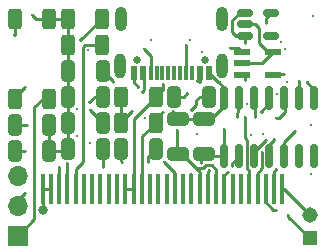
<source format=gbr>
%TF.GenerationSoftware,KiCad,Pcbnew,(6.0.7)*%
%TF.CreationDate,2023-09-19T20:50:44-05:00*%
%TF.ProjectId,CounterProject,436f756e-7465-4725-9072-6f6a6563742e,rev?*%
%TF.SameCoordinates,Original*%
%TF.FileFunction,Copper,L1,Top*%
%TF.FilePolarity,Positive*%
%FSLAX46Y46*%
G04 Gerber Fmt 4.6, Leading zero omitted, Abs format (unit mm)*
G04 Created by KiCad (PCBNEW (6.0.7)) date 2023-09-19 20:50:44*
%MOMM*%
%LPD*%
G01*
G04 APERTURE LIST*
G04 Aperture macros list*
%AMRoundRect*
0 Rectangle with rounded corners*
0 $1 Rounding radius*
0 $2 $3 $4 $5 $6 $7 $8 $9 X,Y pos of 4 corners*
0 Add a 4 corners polygon primitive as box body*
4,1,4,$2,$3,$4,$5,$6,$7,$8,$9,$2,$3,0*
0 Add four circle primitives for the rounded corners*
1,1,$1+$1,$2,$3*
1,1,$1+$1,$4,$5*
1,1,$1+$1,$6,$7*
1,1,$1+$1,$8,$9*
0 Add four rect primitives between the rounded corners*
20,1,$1+$1,$2,$3,$4,$5,0*
20,1,$1+$1,$4,$5,$6,$7,0*
20,1,$1+$1,$6,$7,$8,$9,0*
20,1,$1+$1,$8,$9,$2,$3,0*%
G04 Aperture macros list end*
%TA.AperFunction,SMDPad,CuDef*%
%ADD10RoundRect,0.250000X0.325000X0.650000X-0.325000X0.650000X-0.325000X-0.650000X0.325000X-0.650000X0*%
%TD*%
%TA.AperFunction,SMDPad,CuDef*%
%ADD11RoundRect,0.150000X-0.512500X-0.150000X0.512500X-0.150000X0.512500X0.150000X-0.512500X0.150000X0*%
%TD*%
%TA.AperFunction,ComponentPad*%
%ADD12R,1.308000X1.308000*%
%TD*%
%TA.AperFunction,ComponentPad*%
%ADD13C,1.308000*%
%TD*%
%TA.AperFunction,SMDPad,CuDef*%
%ADD14RoundRect,0.250000X-0.312500X-0.625000X0.312500X-0.625000X0.312500X0.625000X-0.312500X0.625000X0*%
%TD*%
%TA.AperFunction,SMDPad,CuDef*%
%ADD15RoundRect,0.250000X0.312500X0.625000X-0.312500X0.625000X-0.312500X-0.625000X0.312500X-0.625000X0*%
%TD*%
%TA.AperFunction,SMDPad,CuDef*%
%ADD16RoundRect,0.250000X-0.650000X0.325000X-0.650000X-0.325000X0.650000X-0.325000X0.650000X0.325000X0*%
%TD*%
%TA.AperFunction,ComponentPad*%
%ADD17R,1.700000X1.700000*%
%TD*%
%TA.AperFunction,ComponentPad*%
%ADD18O,1.700000X1.700000*%
%TD*%
%TA.AperFunction,SMDPad,CuDef*%
%ADD19RoundRect,0.100000X0.100000X1.170000X-0.100000X1.170000X-0.100000X-1.170000X0.100000X-1.170000X0*%
%TD*%
%TA.AperFunction,SMDPad,CuDef*%
%ADD20RoundRect,0.250000X0.650000X-0.325000X0.650000X0.325000X-0.650000X0.325000X-0.650000X-0.325000X0*%
%TD*%
%TA.AperFunction,SMDPad,CuDef*%
%ADD21R,1.320800X0.508000*%
%TD*%
%TA.AperFunction,WasherPad*%
%ADD22O,1.000000X2.100000*%
%TD*%
%TA.AperFunction,SMDPad,CuDef*%
%ADD23O,0.990600X2.100000*%
%TD*%
%TA.AperFunction,SMDPad,CuDef*%
%ADD24O,0.990600X2.108200*%
%TD*%
%TA.AperFunction,ComponentPad*%
%ADD25C,0.660400*%
%TD*%
%TA.AperFunction,SMDPad,CuDef*%
%ADD26R,0.584200X1.143000*%
%TD*%
%TA.AperFunction,SMDPad,CuDef*%
%ADD27R,0.304800X1.143000*%
%TD*%
%TA.AperFunction,SMDPad,CuDef*%
%ADD28RoundRect,0.150000X0.150000X-0.825000X0.150000X0.825000X-0.150000X0.825000X-0.150000X-0.825000X0*%
%TD*%
%TA.AperFunction,SMDPad,CuDef*%
%ADD29RoundRect,0.250000X-0.325000X-0.650000X0.325000X-0.650000X0.325000X0.650000X-0.325000X0.650000X0*%
%TD*%
%TA.AperFunction,ViaPad*%
%ADD30C,0.250000*%
%TD*%
%TA.AperFunction,ViaPad*%
%ADD31C,0.800000*%
%TD*%
%TA.AperFunction,Conductor*%
%ADD32C,0.250000*%
%TD*%
G04 APERTURE END LIST*
D10*
%TO.P,C7,1*%
%TO.N,GND*%
X162675000Y-31600000D03*
%TO.P,C7,2*%
%TO.N,/DISP*%
X159725000Y-31600000D03*
%TD*%
D11*
%TO.P,U3,1,VIN*%
%TO.N,/VBAT*%
X179200000Y-22150000D03*
%TO.P,U3,2,GND*%
%TO.N,GND*%
X179200000Y-23100000D03*
%TO.P,U3,3,EN*%
%TO.N,/VBAT*%
X179200000Y-24050000D03*
%TO.P,U3,4,NC*%
%TO.N,unconnected-(U3-Pad4)*%
X181475000Y-24050000D03*
%TO.P,U3,5,VOUT*%
%TO.N,/VPWR*%
X181475000Y-22150000D03*
%TD*%
D12*
%TO.P,BT2,1,+*%
%TO.N,/VBAT*%
X184700000Y-41200000D03*
D13*
%TO.P,BT2,2,-*%
%TO.N,GND*%
X184700000Y-39200000D03*
%TD*%
D14*
%TO.P,R7,1*%
%TO.N,Net-(J1-PadA5)*%
X159737500Y-22600000D03*
%TO.P,R7,2*%
%TO.N,GND*%
X162662500Y-22600000D03*
%TD*%
D10*
%TO.P,C2,1*%
%TO.N,/VBAT*%
X167175000Y-29200000D03*
%TO.P,C2,2*%
%TO.N,GND*%
X164225000Y-29200000D03*
%TD*%
%TO.P,C9,1*%
%TO.N,GND*%
X162675000Y-33800000D03*
%TO.P,C9,2*%
%TO.N,Net-(C9-Pad2)*%
X159725000Y-33800000D03*
%TD*%
D15*
%TO.P,R3,1*%
%TO.N,/SDA*%
X171662500Y-29200000D03*
%TO.P,R3,2*%
%TO.N,/I2C_PULLUP*%
X168737500Y-29200000D03*
%TD*%
D16*
%TO.P,C8,1*%
%TO.N,GND*%
X173600000Y-31125000D03*
%TO.P,C8,2*%
%TO.N,/DISP*%
X173600000Y-34075000D03*
%TD*%
D17*
%TO.P,J3,1,Pin_1*%
%TO.N,Net-(J3-Pad1)*%
X160000000Y-41000000D03*
D18*
%TO.P,J3,2,Pin_2*%
%TO.N,/VPWR*%
X160000000Y-38460000D03*
%TO.P,J3,3,Pin_3*%
%TO.N,GND*%
X160000000Y-35920000D03*
%TD*%
D19*
%TO.P,U4,1,NC(GND)*%
%TO.N,GND*%
X182400000Y-37000000D03*
%TO.P,U4,2,C2P*%
%TO.N,Net-(C5-Pad2)*%
X181700000Y-37000000D03*
%TO.P,U4,3,C2N*%
%TO.N,Net-(C5-Pad1)*%
X181000000Y-37000000D03*
%TO.P,U4,4,C1P*%
%TO.N,Net-(C6-Pad2)*%
X180300000Y-37000000D03*
%TO.P,U4,5,C1N*%
%TO.N,Net-(C6-Pad1)*%
X179600000Y-37000000D03*
%TO.P,U4,6,VBAT*%
%TO.N,/DISP*%
X178900000Y-37000000D03*
%TO.P,U4,7,NC*%
%TO.N,unconnected-(U4-Pad7)*%
X178200000Y-37000000D03*
%TO.P,U4,8,VSS*%
%TO.N,GND*%
X177500000Y-37000000D03*
%TO.P,U4,9,VDD*%
%TO.N,/DISP*%
X176800000Y-37000000D03*
%TO.P,U4,10,BS0*%
%TO.N,GND*%
X176100000Y-37000000D03*
%TO.P,U4,11,BS1*%
%TO.N,/DISP*%
X175400000Y-37000000D03*
%TO.P,U4,12,BS2*%
%TO.N,GND*%
X174700000Y-37000000D03*
%TO.P,U4,13,/CS*%
%TO.N,unconnected-(U4-Pad13)*%
X174000000Y-37000000D03*
%TO.P,U4,14,/RES*%
%TO.N,/DISP_RESET*%
X173300000Y-37000000D03*
%TO.P,U4,15,DC/I2C_SA0*%
%TO.N,unconnected-(U4-Pad15)*%
X172600000Y-37000000D03*
%TO.P,U4,16,R/W*%
%TO.N,unconnected-(U4-Pad16)*%
X171900000Y-37000000D03*
%TO.P,U4,17,E/RD*%
%TO.N,unconnected-(U4-Pad17)*%
X171200000Y-37000000D03*
%TO.P,U4,18,D0/SPI_SCLK/I2C_SCK*%
%TO.N,/SCL*%
X170500000Y-37000000D03*
%TO.P,U4,19,D1/SPI_SDIN/I2C_SDA*%
%TO.N,/SDA*%
X169800000Y-37000000D03*
%TO.P,U4,20,D2/I2C_SDA*%
X169100000Y-37000000D03*
%TO.P,U4,21,D3*%
%TO.N,unconnected-(U4-Pad21)*%
X168400000Y-37000000D03*
%TO.P,U4,22,D4*%
%TO.N,unconnected-(U4-Pad22)*%
X167700000Y-37000000D03*
%TO.P,U4,23,D5*%
%TO.N,unconnected-(U4-Pad23)*%
X167000000Y-37000000D03*
%TO.P,U4,24,D6*%
%TO.N,unconnected-(U4-Pad24)*%
X166300000Y-37000000D03*
%TO.P,U4,25,D7*%
%TO.N,unconnected-(U4-Pad25)*%
X165600000Y-37000000D03*
%TO.P,U4,26,IREF*%
%TO.N,Net-(R4-Pad2)*%
X164900000Y-37000000D03*
%TO.P,U4,27,VCOMH*%
%TO.N,Net-(C9-Pad2)*%
X164200000Y-37000000D03*
%TO.P,U4,28,VCC*%
%TO.N,Net-(C10-Pad2)*%
X163500000Y-37000000D03*
%TO.P,U4,29,VLSS*%
%TO.N,GND*%
X162800000Y-37000000D03*
%TO.P,U4,30,NC(GND)*%
X162100000Y-37000000D03*
%TD*%
D20*
%TO.P,C1,1*%
%TO.N,/VPWR*%
X175800000Y-34075000D03*
%TO.P,C1,2*%
%TO.N,GND*%
X175800000Y-31125000D03*
%TD*%
D10*
%TO.P,C4,1*%
%TO.N,/VPWR*%
X167175000Y-33600000D03*
%TO.P,C4,2*%
%TO.N,GND*%
X164225000Y-33600000D03*
%TD*%
%TO.P,C6,1*%
%TO.N,Net-(C6-Pad1)*%
X171675000Y-33600000D03*
%TO.P,C6,2*%
%TO.N,Net-(C6-Pad2)*%
X168725000Y-33600000D03*
%TD*%
D14*
%TO.P,R2,1*%
%TO.N,/UPDI*%
X159737500Y-29400000D03*
%TO.P,R2,2*%
%TO.N,Net-(J3-Pad1)*%
X162662500Y-29400000D03*
%TD*%
%TO.P,R4,1*%
%TO.N,GND*%
X164237500Y-24800000D03*
%TO.P,R4,2*%
%TO.N,Net-(R4-Pad2)*%
X167162500Y-24800000D03*
%TD*%
D10*
%TO.P,C5,1*%
%TO.N,Net-(C5-Pad1)*%
X176175000Y-29200000D03*
%TO.P,C5,2*%
%TO.N,Net-(C5-Pad2)*%
X173225000Y-29200000D03*
%TD*%
D21*
%TO.P,U2,1,CE*%
%TO.N,Net-(C3-Pad1)*%
X179004600Y-25449999D03*
%TO.P,U2,2,VSS*%
%TO.N,GND*%
X179004600Y-26400000D03*
%TO.P,U2,3,VBAT*%
%TO.N,/VBAT*%
X179004600Y-27350001D03*
%TO.P,U2,4,VDD*%
%TO.N,Net-(C3-Pad1)*%
X181595400Y-27350001D03*
%TO.P,U2,5,PROG*%
%TO.N,GND*%
X181595400Y-25449999D03*
%TD*%
D10*
%TO.P,C3,1*%
%TO.N,Net-(C3-Pad1)*%
X167175000Y-27000000D03*
%TO.P,C3,2*%
%TO.N,GND*%
X164225000Y-27000000D03*
%TD*%
D14*
%TO.P,R8,1*%
%TO.N,GND*%
X164237500Y-22600000D03*
%TO.P,R8,2*%
%TO.N,Net-(J1-PadB5)*%
X167162500Y-22600000D03*
%TD*%
D15*
%TO.P,R1,1*%
%TO.N,/SCL*%
X171662500Y-31400000D03*
%TO.P,R1,2*%
%TO.N,/I2C_PULLUP*%
X168737500Y-31400000D03*
%TD*%
D22*
%TO.P,J1,*%
%TO.N,*%
X168679998Y-26610800D03*
X168700000Y-22600000D03*
X177300000Y-22600000D03*
X177320002Y-26610800D03*
D23*
%TO.P,J1,13*%
%TO.N,N/C*%
X177300000Y-22600000D03*
%TO.P,J1,14*%
X168700000Y-22600000D03*
D24*
%TO.P,J1,15*%
X177320002Y-26610800D03*
%TO.P,J1,16*%
X168679998Y-26610800D03*
D25*
%TO.P,J1,17*%
X175889999Y-26110801D03*
%TO.P,J1,18*%
X170110001Y-26110801D03*
D26*
%TO.P,J1,A1-B12,GND*%
%TO.N,GND*%
X176200000Y-27185800D03*
%TO.P,J1,A4-B9,VBUS*%
%TO.N,Net-(C3-Pad1)*%
X175400001Y-27185800D03*
D27*
%TO.P,J1,A5,CC1*%
%TO.N,Net-(J1-PadA5)*%
X174250000Y-27185800D03*
%TO.P,J1,A6,DP1*%
%TO.N,unconnected-(J1-PadA6)*%
X173250000Y-27185800D03*
%TO.P,J1,A7,DN1*%
%TO.N,unconnected-(J1-PadA7)*%
X172750000Y-27185800D03*
%TO.P,J1,A8,SBU1*%
%TO.N,unconnected-(J1-PadA8)*%
X171750000Y-27185800D03*
D26*
%TO.P,J1,B1-A12,GND*%
%TO.N,GND*%
X169800000Y-27185800D03*
%TO.P,J1,B4-A9,VBUS*%
%TO.N,Net-(C3-Pad1)*%
X170599999Y-27185800D03*
D27*
%TO.P,J1,B5,CC2*%
%TO.N,Net-(J1-PadB5)*%
X171250001Y-27185800D03*
%TO.P,J1,B6,DP2*%
%TO.N,unconnected-(J1-PadB6)*%
X172249999Y-27185800D03*
%TO.P,J1,B7,DN2*%
%TO.N,unconnected-(J1-PadB7)*%
X173750001Y-27185800D03*
%TO.P,J1,B8,SBU2*%
%TO.N,unconnected-(J1-PadB8)*%
X174749999Y-27185800D03*
%TD*%
D28*
%TO.P,U1,1,VCC*%
%TO.N,/VPWR*%
X177490000Y-34275000D03*
%TO.P,U1,2,PA4*%
%TO.N,/SW1_IN*%
X178760000Y-34275000D03*
%TO.P,U1,3,PA5*%
%TO.N,/SW2_IN*%
X180030000Y-34275000D03*
%TO.P,U1,4,PA6*%
%TO.N,/SW3_IN*%
X181300000Y-34275000D03*
%TO.P,U1,5,PA7*%
%TO.N,/SW4_IN*%
X182570000Y-34275000D03*
%TO.P,U1,6,PB3*%
%TO.N,/RX*%
X183840000Y-34275000D03*
%TO.P,U1,7,PB2*%
%TO.N,/TX*%
X185110000Y-34275000D03*
%TO.P,U1,8,PB1*%
%TO.N,/SDA*%
X185110000Y-29325000D03*
%TO.P,U1,9,PB0*%
%TO.N,/SCL*%
X183840000Y-29325000D03*
%TO.P,U1,10,~{RESET}/PA0*%
%TO.N,/UPDI*%
X182570000Y-29325000D03*
%TO.P,U1,11,PA1*%
%TO.N,/I2C_PULLUP*%
X181300000Y-29325000D03*
%TO.P,U1,12,PA2*%
%TO.N,/DISP*%
X180030000Y-29325000D03*
%TO.P,U1,13,PA3*%
%TO.N,/DISP_RESET*%
X178760000Y-29325000D03*
%TO.P,U1,14,GND*%
%TO.N,GND*%
X177490000Y-29325000D03*
%TD*%
D29*
%TO.P,C10,1*%
%TO.N,GND*%
X164225000Y-31400000D03*
%TO.P,C10,2*%
%TO.N,Net-(C10-Pad2)*%
X167175000Y-31400000D03*
%TD*%
D30*
%TO.N,/VBAT*%
X179200000Y-27800000D03*
X179200000Y-24650500D03*
X182800000Y-28000000D03*
X182900000Y-39200000D03*
X166000000Y-29700000D03*
X179400000Y-29850000D03*
%TO.N,GND*%
X174700001Y-35800001D03*
X174600000Y-24400000D03*
X170200000Y-28400000D03*
X184800000Y-35800000D03*
X161200000Y-22300000D03*
X173100000Y-30424500D03*
X185000000Y-22400000D03*
D31*
X162124500Y-38800000D03*
D30*
X180400000Y-23400000D03*
X176200539Y-35449500D03*
X184800000Y-31600000D03*
X171300000Y-24400000D03*
X177775255Y-35554815D03*
%TO.N,/SW4_IN*%
X183500000Y-32100000D03*
X165949500Y-25300000D03*
X165024093Y-32559184D03*
%TO.N,/SDA*%
X184500000Y-28000000D03*
X172300000Y-28100000D03*
%TO.N,/SCL*%
X172300000Y-30500000D03*
X183800000Y-27900000D03*
%TO.N,/I2C_PULLUP*%
X180549500Y-30500195D03*
X169700000Y-30400000D03*
%TO.N,/UPDI*%
X181900000Y-31000000D03*
X160600000Y-28400000D03*
%TO.N,/SW1_IN*%
X178114500Y-35100000D03*
%TO.N,/SW2_IN*%
X166100000Y-33100000D03*
X181000000Y-32900000D03*
%TO.N,/VPWR*%
X160600000Y-37400000D03*
X175500000Y-34800000D03*
X177500000Y-31950500D03*
X180800000Y-32400000D03*
X181000000Y-23000000D03*
X167200000Y-35200000D03*
%TO.N,/SW3_IN*%
X182300000Y-24600000D03*
X181700000Y-32800000D03*
%TO.N,Net-(C3-Pad1)*%
X170500000Y-28800000D03*
X168100000Y-28000000D03*
X175200000Y-27900000D03*
X182500000Y-27300000D03*
X175600000Y-25400000D03*
X182600000Y-25200000D03*
X178000000Y-25100000D03*
%TO.N,/DISP_RESET*%
X172400000Y-34750500D03*
X178600000Y-30900000D03*
%TO.N,Net-(C5-Pad1)*%
X179750000Y-32450000D03*
X175200000Y-32400000D03*
X181900000Y-38800000D03*
X174642390Y-30380379D03*
%TO.N,Net-(C5-Pad2)*%
X174300000Y-28930000D03*
X181900000Y-35350501D03*
X181924500Y-29000000D03*
%TO.N,Net-(C6-Pad1)*%
X179200000Y-30900000D03*
X171000000Y-34750500D03*
X170775500Y-31000000D03*
%TO.N,Net-(C6-Pad2)*%
X180675000Y-33925000D03*
X168800000Y-34750500D03*
%TO.N,Net-(C9-Pad2)*%
X164200000Y-34824500D03*
X160600000Y-33800000D03*
%TO.N,Net-(C10-Pad2)*%
X166100000Y-30300000D03*
X165050500Y-30281466D03*
X163500000Y-35200000D03*
%TO.N,/DISP*%
X173500000Y-32024500D03*
X176800000Y-37000000D03*
X178900000Y-37600000D03*
X160800000Y-31600000D03*
X180100000Y-30900000D03*
%TO.N,Net-(J1-PadA5)*%
X174200000Y-24849500D03*
X159700000Y-24000000D03*
%TO.N,Net-(J1-PadB5)*%
X165298524Y-24400506D03*
X170700000Y-25200000D03*
%TD*%
D32*
%TO.N,/VBAT*%
X178770300Y-22150000D02*
X179200000Y-22150000D01*
X179200000Y-24650500D02*
X179200000Y-24050000D01*
X167175000Y-29200000D02*
X166500000Y-29200000D01*
X178120300Y-22800000D02*
X178770300Y-22150000D01*
X166500000Y-29200000D02*
X166000000Y-29700000D01*
X179200000Y-24050000D02*
X178450000Y-24050000D01*
X178120300Y-23720300D02*
X178120300Y-22800000D01*
X178450000Y-24050000D02*
X178120300Y-23720300D01*
X179200000Y-27545401D02*
X179004600Y-27350001D01*
X179200000Y-27800000D02*
X179200000Y-27545401D01*
X184700000Y-41200000D02*
X182900000Y-39400000D01*
X182900000Y-39400000D02*
X182900000Y-39200000D01*
%TO.N,GND*%
X176100000Y-35550039D02*
X176200539Y-35449500D01*
X162675000Y-31600000D02*
X162675000Y-33800000D01*
X164237500Y-22600000D02*
X164237500Y-33587500D01*
X182400000Y-37000000D02*
X182500000Y-37000000D01*
X162662500Y-22600000D02*
X164237500Y-22600000D01*
X173100000Y-30625000D02*
X173600000Y-31125000D01*
X181149999Y-25449999D02*
X180400000Y-24700000D01*
X181595400Y-25449999D02*
X181149999Y-25449999D01*
X164025000Y-33800000D02*
X164225000Y-33600000D01*
X177490000Y-29325000D02*
X177490000Y-28475800D01*
X162800000Y-37000000D02*
X162100000Y-37000000D01*
X177490000Y-28475800D02*
X177004100Y-27989900D01*
X177490000Y-29325000D02*
X177490000Y-30010000D01*
X177500000Y-37000000D02*
X177500000Y-35830070D01*
X180645399Y-26400000D02*
X181595400Y-25449999D01*
X174700000Y-37000000D02*
X174700001Y-35800001D01*
X162662500Y-22600000D02*
X161500000Y-22600000D01*
X177490000Y-30010000D02*
X176375000Y-31125000D01*
X164237500Y-33587500D02*
X164225000Y-33600000D01*
X169800000Y-28000000D02*
X170200000Y-28400000D01*
X176100000Y-37000000D02*
X176100000Y-35550039D01*
X176375000Y-31125000D02*
X175800000Y-31125000D01*
X180400000Y-24700000D02*
X180400000Y-23400000D01*
X177500000Y-35830070D02*
X177775255Y-35554815D01*
X175800000Y-31125000D02*
X174675000Y-31125000D01*
X182500000Y-37000000D02*
X184700000Y-39200000D01*
X173100000Y-30424500D02*
X173100000Y-30625000D01*
X176980223Y-27989900D02*
X176200000Y-27209677D01*
X174675000Y-31125000D02*
X173600000Y-31125000D01*
X162100000Y-38775500D02*
X162124500Y-38800000D01*
X176200000Y-27209677D02*
X176200000Y-27185800D01*
X177004100Y-27989900D02*
X176980223Y-27989900D01*
X162675000Y-33800000D02*
X164025000Y-33800000D01*
X179004600Y-26400000D02*
X180645399Y-26400000D01*
X169800000Y-27185800D02*
X169800000Y-28000000D01*
X180100000Y-23100000D02*
X179200000Y-23100000D01*
X162100000Y-37000000D02*
X162100000Y-38775500D01*
X180400000Y-23400000D02*
X180100000Y-23100000D01*
X161500000Y-22600000D02*
X161200000Y-22300000D01*
%TO.N,Net-(J3-Pad1)*%
X162662500Y-29400000D02*
X162100000Y-29400000D01*
X161400000Y-30100000D02*
X161400000Y-39600000D01*
X161400000Y-39600000D02*
X160000000Y-41000000D01*
X162100000Y-29400000D02*
X161400000Y-30100000D01*
%TO.N,/SW4_IN*%
X182570000Y-34275000D02*
X182570000Y-33030000D01*
X182570000Y-33030000D02*
X183500000Y-32100000D01*
%TO.N,/SDA*%
X169800000Y-31062500D02*
X171662500Y-29200000D01*
X172300000Y-28100000D02*
X172300000Y-28562500D01*
X169800000Y-37000000D02*
X169800000Y-31062500D01*
X172300000Y-28562500D02*
X171662500Y-29200000D01*
X185110000Y-29325000D02*
X185110000Y-28610000D01*
X169100000Y-37000000D02*
X169800000Y-37000000D01*
X185110000Y-28610000D02*
X184500000Y-28000000D01*
%TO.N,/SCL*%
X171662500Y-31037500D02*
X171662500Y-31400000D01*
X183840000Y-29325000D02*
X183840000Y-27940000D01*
X183840000Y-27940000D02*
X183800000Y-27900000D01*
X172300000Y-30500000D02*
X171662500Y-31037500D01*
X170500000Y-37000000D02*
X170500000Y-32562500D01*
X170500000Y-32562500D02*
X171662500Y-31400000D01*
%TO.N,/I2C_PULLUP*%
X168737500Y-31400000D02*
X168737500Y-31362500D01*
X181300000Y-29749695D02*
X181300000Y-29325000D01*
X180549500Y-30500195D02*
X181300000Y-29749695D01*
X168737500Y-31400000D02*
X168737500Y-29200000D01*
X168737500Y-31362500D02*
X169700000Y-30400000D01*
%TO.N,/UPDI*%
X182600000Y-30400000D02*
X182600000Y-29355000D01*
X182600000Y-29355000D02*
X182570000Y-29325000D01*
X159737500Y-29262500D02*
X160600000Y-28400000D01*
X159737500Y-29400000D02*
X159737500Y-29262500D01*
X182600000Y-30400000D02*
X182600000Y-30500000D01*
X182600000Y-30500000D02*
X182100000Y-31000000D01*
X182100000Y-31000000D02*
X181900000Y-31000000D01*
%TO.N,/SW1_IN*%
X178114500Y-34920500D02*
X178760000Y-34275000D01*
X178114500Y-35100000D02*
X178114500Y-34920500D01*
%TO.N,/SW2_IN*%
X180030000Y-33870000D02*
X181000000Y-32900000D01*
X180030000Y-34275000D02*
X180030000Y-33870000D01*
%TO.N,/VPWR*%
X167200000Y-35200000D02*
X167200000Y-33625000D01*
X175500000Y-34375000D02*
X175800000Y-34075000D01*
X176000000Y-34275000D02*
X175800000Y-34075000D01*
X175500000Y-34800000D02*
X175500000Y-34375000D01*
X177490000Y-31960500D02*
X177500000Y-31950500D01*
X160000000Y-38000000D02*
X160600000Y-37400000D01*
X177490000Y-34275000D02*
X176000000Y-34275000D01*
X181000000Y-23000000D02*
X181000000Y-22625000D01*
X177490000Y-34275000D02*
X177490000Y-31960500D01*
X181000000Y-22625000D02*
X181475000Y-22150000D01*
X167200000Y-33625000D02*
X167175000Y-33600000D01*
X160000000Y-38460000D02*
X160000000Y-38000000D01*
%TO.N,/SW3_IN*%
X181600000Y-33000000D02*
X181700000Y-32900000D01*
X181700000Y-32900000D02*
X181700000Y-32800000D01*
X181300000Y-33300000D02*
X181600000Y-33000000D01*
X181300000Y-34275000D02*
X181300000Y-33300000D01*
%TO.N,Net-(C3-Pad1)*%
X178000000Y-25100000D02*
X178654601Y-25100000D01*
X168100000Y-28000000D02*
X168100000Y-27925000D01*
X181645401Y-27300000D02*
X181595400Y-27350001D01*
X170670000Y-27255801D02*
X170670000Y-28630000D01*
X168100000Y-27925000D02*
X167175000Y-27000000D01*
X170670000Y-28630000D02*
X170500000Y-28800000D01*
X175400001Y-27999999D02*
X175400001Y-27185800D01*
X175200000Y-27900000D02*
X175400001Y-27999999D01*
X182500000Y-27300000D02*
X181645401Y-27300000D01*
X170599999Y-27185800D02*
X170670000Y-27255801D01*
X178654601Y-25100000D02*
X179004600Y-25449999D01*
%TO.N,/DISP_RESET*%
X173300000Y-37000000D02*
X173300000Y-35650500D01*
X178600000Y-30900000D02*
X178700000Y-29385000D01*
X173300000Y-35650500D02*
X172400000Y-34750500D01*
X178700000Y-29385000D02*
X178760000Y-29325000D01*
%TO.N,Net-(C5-Pad1)*%
X181900000Y-38800000D02*
X181628959Y-38800000D01*
X175100000Y-29500000D02*
X175100000Y-29900000D01*
X175400000Y-29200000D02*
X175100000Y-29500000D01*
X175449500Y-29200000D02*
X175400000Y-29200000D01*
X181000000Y-38171041D02*
X181000000Y-37000000D01*
X174642390Y-30357610D02*
X174642390Y-30380379D01*
X175100000Y-29900000D02*
X174642390Y-30357610D01*
X181628959Y-38800000D02*
X181000000Y-38171041D01*
X176175000Y-29200000D02*
X175449500Y-29200000D01*
%TO.N,Net-(C5-Pad2)*%
X181700000Y-35550501D02*
X181900000Y-35350501D01*
X181700000Y-37000000D02*
X181700000Y-35550501D01*
X174030000Y-29200000D02*
X174300000Y-28930000D01*
X173225000Y-29200000D02*
X174030000Y-29200000D01*
%TO.N,Net-(C6-Pad1)*%
X171000000Y-34275000D02*
X171675000Y-33600000D01*
X171000000Y-34750500D02*
X171000000Y-34275000D01*
X179600000Y-35500000D02*
X179385000Y-35285000D01*
X179385000Y-35100000D02*
X179385000Y-32885000D01*
X179200000Y-32700000D02*
X179200000Y-30900000D01*
X179385000Y-32885000D02*
X179200000Y-32700000D01*
X179385000Y-35285000D02*
X179385000Y-35100000D01*
X179600000Y-37000000D02*
X179600000Y-35500000D01*
%TO.N,Net-(C6-Pad2)*%
X168725000Y-33600000D02*
X168725000Y-34675500D01*
X180300000Y-35651751D02*
X180628078Y-35323673D01*
X180675000Y-35276751D02*
X180675000Y-33925000D01*
X180300000Y-37000000D02*
X180300000Y-35651751D01*
X168725000Y-34675500D02*
X168800000Y-34750500D01*
X180628078Y-35323673D02*
X180675000Y-35276751D01*
%TO.N,Net-(C9-Pad2)*%
X159725000Y-33800000D02*
X160600000Y-33800000D01*
X164200000Y-34824500D02*
X164200000Y-37000000D01*
%TO.N,Net-(C10-Pad2)*%
X163500000Y-37000000D02*
X163500000Y-35200000D01*
X166100000Y-30300000D02*
X166100000Y-30325000D01*
X166100000Y-30325000D02*
X167175000Y-31400000D01*
%TO.N,Net-(R4-Pad2)*%
X165500000Y-25000000D02*
X165500000Y-34700000D01*
X167162500Y-24800000D02*
X165700000Y-24800000D01*
X164900000Y-35300000D02*
X164900000Y-37000000D01*
X165500000Y-34700000D02*
X164900000Y-35300000D01*
X165700000Y-24800000D02*
X165500000Y-25000000D01*
%TO.N,/DISP*%
X159725000Y-31600000D02*
X160800000Y-31600000D01*
X180100000Y-30900000D02*
X180100000Y-29395000D01*
X175400000Y-37000000D02*
X175400000Y-35600000D01*
X173500000Y-33975000D02*
X173600000Y-34075000D01*
X175964681Y-35000000D02*
X176400000Y-35000000D01*
X175694681Y-35270000D02*
X175964681Y-35000000D01*
X173875000Y-34075000D02*
X173600000Y-34075000D01*
X180100000Y-29395000D02*
X180030000Y-29325000D01*
X176400000Y-35000000D02*
X176800000Y-35400000D01*
X178900000Y-37000000D02*
X178900000Y-37600000D01*
X175400000Y-35600000D02*
X175050000Y-35250000D01*
X175050000Y-35250000D02*
X175070000Y-35270000D01*
X173500000Y-32024500D02*
X173500000Y-33975000D01*
X175070000Y-35270000D02*
X175694681Y-35270000D01*
X176800000Y-35400000D02*
X176800000Y-37000000D01*
X175050000Y-35250000D02*
X173875000Y-34075000D01*
%TO.N,Net-(J1-PadA5)*%
X174200000Y-24849500D02*
X174227401Y-24876901D01*
X174227401Y-27163201D02*
X174250000Y-27185800D01*
X159737500Y-22600000D02*
X159737500Y-23962500D01*
X159737500Y-23962500D02*
X159700000Y-24000000D01*
X174227401Y-24876901D02*
X174227401Y-27163201D01*
%TO.N,Net-(J1-PadB5)*%
X167162500Y-22600000D02*
X167099030Y-22600000D01*
X171250001Y-25750001D02*
X171250001Y-27185800D01*
X170700000Y-25200000D02*
X171250001Y-25750001D01*
X167099030Y-22600000D02*
X165298524Y-24400506D01*
%TD*%
M02*

</source>
